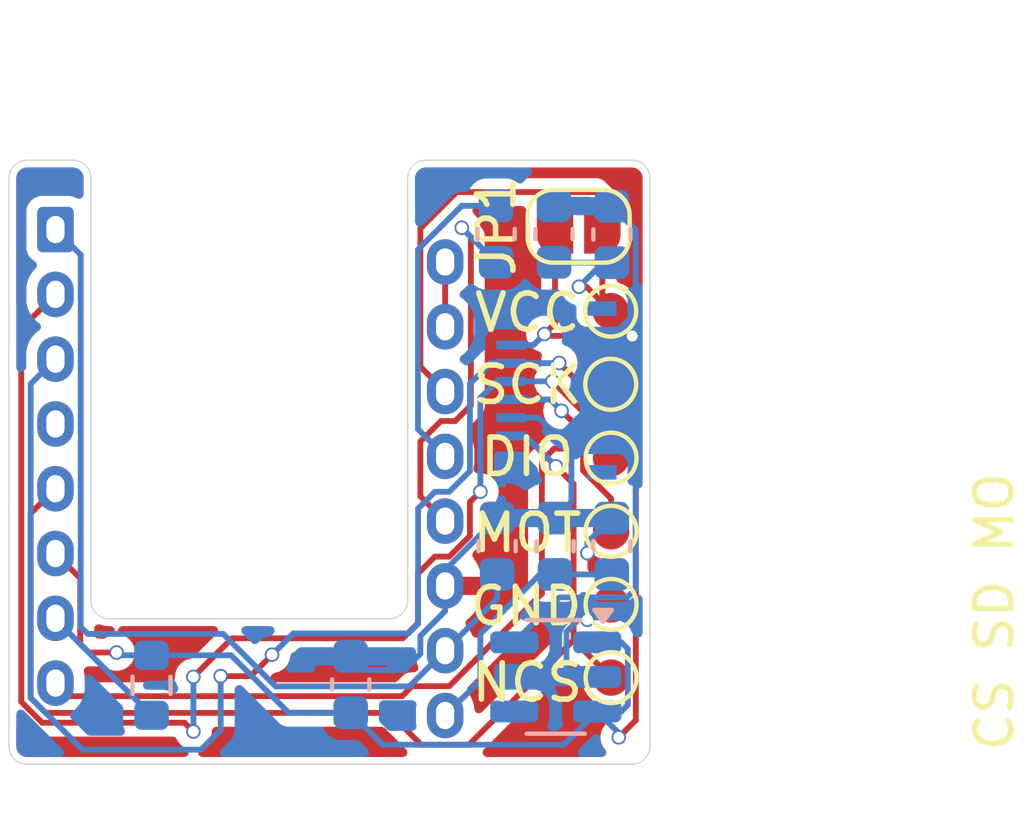
<source format=kicad_pcb>
(kicad_pcb (version 20240108) (generator "pcbnew") (generator_version "8.0")
  (layers (0 "F.Cu" signal) (31 "B.Cu" signal) (34 "B.Paste" user) (35 "F.Paste" user) (36 "B.SilkS" user "B.Silkscreen") (37 "F.SilkS" user "F.Silkscreen") (38 "B.Mask" user) (39 "F.Mask" user) (44 "Edge.Cuts" user))
  (net 0 "")
  (net 1 "GND")
  (net 2 "VCC_1.8V")
  (net 3 "Net-(U1-VCP)")
  (net 4 "Net-(U1-CN)")
  (net 5 "Net-(U1-CP)")
  (net 6 "Net-(U1-+VCSEL)")
  (net 7 "Net-(U1-NRESET)")
  (net 8 "NCS")
  (net 9 "SDIO")
  (net 10 "Net-(U1--VCSEL)")
  (net 11 "MOTION")
  (net 13 "SCLK")
  (net 14 "VCC_3.3_or_1.8V")
  (footprint "Jumper:SolderJumper-2_P1.3mm_Open_RoundedPad1.0x1.5mm" (layer "F.Cu") (at 40.62 29.33)
    (property "Reference" "JP1" (at -2.26 -0.01 90) (layer "F.SilkS") (effects (font (thickness 0.153))))
    (property "Value" "Jumper_2_Bridged" (hide yes))
    (fp_line (start -1.4 0.3) (end -1.4 -0.3) (stroke (width 0.12)) (layer "F.SilkS"))
    (fp_line (start -0.7 -1) (end 0.7 -1) (stroke (width 0.12)) (layer "F.SilkS"))
    (fp_line (start 0.7 1) (end -0.7 1) (stroke (width 0.12)) (layer "F.SilkS"))
    (fp_line (start 1.4 -0.3) (end 1.4 0.3) (stroke (width 0.12)) (layer "F.SilkS"))
    (fp_arc (start -1.4 -0.3) (mid -1.194975 -0.794975) (end -0.7 -1) (stroke (width 0.12)) (layer "F.SilkS"))
    (fp_arc (start -0.7 1) (mid -1.194975 0.794975) (end -1.4 0.3) (stroke (width 0.12)) (layer "F.SilkS"))
    (fp_arc (start 0.7 -1) (mid 1.194975 -0.794975) (end 1.4 -0.3) (stroke (width 0.12)) (layer "F.SilkS"))
    (fp_arc (start 1.4 0.3) (mid 1.194975 0.794975) (end 0.7 1) (stroke (width 0.12)) (layer "F.SilkS"))
    (pad "1" smd custom (at -0.65 0) (size 1 0.5) (layers "F.Cu" "F.Mask") (net 14 "VCC_3.3_or_1.8V") (options (clearance outline) (anchor rect)) (primitives (gr_circle (center 0 0.25) (end 0.5 0.25) (width 0) (fill yes)) (gr_circle (center 0 -0.25) (end 0.5 -0.25) (width 0) (fill yes)) (gr_poly (pts (xy 0.5 0.75) (xy 0 0.75) (xy 0 -0.75) (xy 0.5 -0.75)) (width 0) (fill yes))))
    (pad "2" smd custom (at 0.65 0) (size 1 0.5) (layers "F.Cu" "F.Mask") (net 2 "VCC_1.8V") (options (clearance outline) (anchor rect)) (primitives (gr_circle (center 0 0.25) (end 0.5 0.25) (width 0) (fill yes)) (gr_circle (center 0 -0.25) (end 0.5 -0.25) (width 0) (fill yes)) (gr_poly (pts (xy 0 0.75) (xy -0.5 0.75) (xy -0.5 -0.75) (xy 0 -0.75)) (width 0) (fill yes))))
  )
  (footprint "TestPoint:TestPoint_Pad_D1.0mm" (layer "F.Cu") (at 41.51 39.72)
    (property "Reference" "J2" (hide yes))
    (property "Value" "Conn_01x01_Pin" (hide yes))
    (fp_circle (center 0 0) (end 0 0.7) (stroke (width 0.12)) (fill none) (layer "F.SilkS"))
    (pad "1" smd circle (at 0 0) (size 1 1) (layers "F.Cu" "F.Mask") (net 1 "GND"))
  )
  (footprint "TestPoint:TestPoint_Pad_D1.0mm" (layer "F.Cu") (at 41.51 41.73)
    (property "Reference" "J7" (hide yes))
    (property "Value" "Conn_01x01_Pin" (hide yes))
    (fp_circle (center 0 0) (end 0 0.7) (stroke (width 0.12)) (fill none) (layer "F.SilkS"))
    (pad "1" smd circle (at 0 0) (size 1 1) (layers "F.Cu" "F.Mask") (net 8 "NCS"))
  )
  (footprint "TestPoint:TestPoint_Pad_D1.0mm" (layer "F.Cu") (at 41.51 37.71)
    (property "Reference" "J6" (hide yes))
    (property "Value" "Conn_01x01_Pin" (hide yes))
    (fp_circle (center 0 0) (end 0 0.7) (stroke (width 0.12)) (fill none) (layer "F.SilkS"))
    (pad "1" smd circle (at 0 0) (size 1 1) (layers "F.Cu" "F.Mask") (net 11 "MOTION"))
  )
  (footprint "0_pmw3610-breakout:PMW3610DM-SUDU 16Pin" (layer "F.Cu") (at 31.6032 35.5883 90)
    (property "Reference" "U1" (hide yes))
    (property "Value" "PMW3610")
    (pad "1" thru_hole roundrect (at 6.168 -5.35 270) (size 1.25 1) (drill oval 0.75 0.5) (layers "*.Cu" "*.Mask") (roundrect_rratio 0.15) (net 6 "Net-(U1-+VCSEL)"))
    (pad "2" thru_hole oval (at 4.388 -5.35 270) (size 1.25 1) (drill oval 0.75 0.5) (layers "*.Cu" "*.Mask") (net 9 "SDIO"))
    (pad "3" thru_hole oval (at 2.608 -5.35 270) (size 1.25 1) (drill oval 0.75 0.5) (layers "*.Cu" "*.Mask") (net 13 "SCLK"))
    (pad "4" thru_hole oval (at 0.828 -5.35 270) (size 1.25 1) (drill oval 0.75 0.5) (layers "*.Cu" "*.Mask"))
    (pad "5" thru_hole oval (at -0.952 -5.35 270) (size 1.25 1) (drill oval 0.75 0.5) (layers "*.Cu" "*.Mask") (net 8 "NCS"))
    (pad "6" thru_hole oval (at -2.732 -5.35 270) (size 1.25 1) (drill oval 0.75 0.5) (layers "*.Cu" "*.Mask") (net 14 "VCC_3.3_or_1.8V"))
    (pad "7" thru_hole oval (at -4.512 -5.35 270) (size 1.25 1) (drill oval 0.75 0.5) (layers "*.Cu" "*.Mask") (net 7 "Net-(U1-NRESET)"))
    (pad "8" thru_hole oval (at -6.292 -5.35 270) (size 1.25 1) (drill oval 0.75 0.5) (layers "*.Cu" "*.Mask") (net 11 "MOTION"))
    (pad "9" thru_hole oval (at -7.182 5.35 270) (size 1.25 1) (drill oval 0.75 0.5) (layers "*.Cu" "*.Mask") (net 3 "Net-(U1-VCP)"))
    (pad "10" thru_hole oval (at -5.402 5.35 270) (size 1.25 1) (drill oval 0.75 0.5) (layers "*.Cu" "*.Mask") (net 6 "Net-(U1-+VCSEL)"))
    (pad "11" thru_hole oval (at -3.622 5.35 270) (size 1.25 1) (drill oval 0.75 0.5) (layers "*.Cu" "*.Mask") (net 1 "GND"))
    (pad "12" thru_hole oval (at -1.842 5.35 270) (size 1.25 1) (drill oval 0.75 0.5) (layers "*.Cu" "*.Mask") (net 5 "Net-(U1-CP)"))
    (pad "13" thru_hole oval (at -0.062 5.35 270) (size 1.25 1) (drill oval 0.75 0.5) (layers "*.Cu" "*.Mask") (net 4 "Net-(U1-CN)"))
    (pad "14" thru_hole oval (at 1.718 5.35 270) (size 1.25 1) (drill oval 0.75 0.5) (layers "*.Cu" "*.Mask") (net 2 "VCC_1.8V"))
    (pad "15" thru_hole oval (at 3.498 5.35 270) (size 1.25 1) (drill oval 0.75 0.5) (layers "*.Cu" "*.Mask") (net 10 "Net-(U1--VCSEL)"))
    (pad "16" thru_hole oval (at 5.278 5.35 270) (size 1.25 1) (drill oval 0.75 0.5) (layers "*.Cu" "*.Mask") (net 10 "Net-(U1--VCSEL)"))
    (zone (net 0) (net_name "") (layers "*.Cu" "F.CrtYd") (connect_pads (clearance 0)) (min_thickness 0.254)
      (keepout (tracks not_allowed) (vias not_allowed) (pads not_allowed) (copperpour not_allowed) (footprints not_allowed))
      (fill (thermal_gap 0.508) (thermal_bridge_width 0.508))
      (polygon (pts (xy 27.2544 40.0895) (xy 27.2452 26.5967) (xy 35.932 26.5967) (xy 35.992 40.0895)))
    )
  )
  (footprint "TestPoint:TestPoint_Pad_D1.0mm" (layer "F.Cu") (at 41.51 35.7)
    (property "Reference" "J5" (hide yes))
    (property "Value" "Conn_01x01_Pin" (hide yes))
    (fp_circle (center 0 0) (end 0 0.7) (stroke (width 0.12)) (fill none) (layer "F.SilkS"))
    (pad "1" smd circle (at 0 0) (size 1 1) (layers "F.Cu" "F.Mask") (net 9 "SDIO"))
  )
  (footprint "TestPoint:TestPoint_Pad_D1.0mm" (layer "F.Cu") (at 41.5 31.66)
    (property "Reference" "J3" (hide yes))
    (property "Value" "Conn_01x01_Pin" (hide yes))
    (fp_circle (center 0 0) (end 0 0.7) (stroke (width 0.12)) (fill none) (layer "F.SilkS"))
    (pad "1" smd circle (at 0 0) (size 1 1) (layers "F.Cu" "F.Mask") (net 2 "VCC_1.8V"))
  )
  (footprint "TestPoint:TestPoint_Pad_D1.0mm" (layer "F.Cu") (at 41.5 33.67)
    (property "Reference" "J4" (hide yes))
    (property "Value" "Conn_01x01_Pin" (hide yes))
    (fp_circle (center 0 0) (end 0 0.7) (stroke (width 0.12)) (fill none) (layer "F.SilkS"))
    (pad "1" smd circle (at 0 0) (size 1 1) (layers "F.Cu" "F.Mask") (net 13 "SCLK"))
  )
  (footprint "Capacitor_SMD:C_0603_1608Metric" (layer "B.Cu") (at 39.9432 29.5433 90)
    (property "Reference" "C8" (hide yes))
    (property "Value" "100nF")
    (fp_line (start 0.14058 -0.51) (end -0.14058 -0.51) (stroke (width 0.12)) (layer "B.SilkS"))
    (fp_line (start 0.14058 0.51) (end -0.14058 0.51) (stroke (width 0.12)) (layer "B.SilkS"))
    (pad "1" smd roundrect (at -0.775 0 90) (size 0.9 0.95) (layers "B.Cu" "B.Paste" "B.Mask") (net 2 "VCC_1.8V"))
    (pad "2" smd roundrect (at 0.775 0 90) (size 0.9 0.95) (layers "B.Cu" "B.Paste" "B.Mask") (net 1 "GND"))
  )
  (footprint "Capacitor_SMD:C_0603_1608Metric" (layer "B.Cu") (at 38.3532 29.5433 90)
    (property "Reference" "C5" (hide yes))
    (property "Value" "100nF X7R")
    (fp_line (start 0.14058 -0.51) (end -0.14058 -0.51) (stroke (width 0.12)) (layer "B.SilkS"))
    (fp_line (start 0.14058 0.51) (end -0.14058 0.51) (stroke (width 0.12)) (layer "B.SilkS"))
    (pad "1" smd roundrect (at -0.775 0 90) (size 0.9 0.95) (layers "B.Cu" "B.Paste" "B.Mask") (net 5 "Net-(U1-CP)"))
    (pad "2" smd roundrect (at 0.775 0 90) (size 0.9 0.95) (layers "B.Cu" "B.Paste" "B.Mask") (net 4 "Net-(U1-CN)"))
  )
  (footprint "Capacitor_SMD:C_0603_1608Metric" (layer "B.Cu") (at 34.36 41.92 90)
    (property "Reference" "C1" (hide yes))
    (property "Value" "100nF")
    (fp_line (start 0.14058 -0.51) (end -0.14058 -0.51) (stroke (width 0.12)) (layer "B.SilkS"))
    (fp_line (start 0.14058 0.51) (end -0.14058 0.51) (stroke (width 0.12)) (layer "B.SilkS"))
    (pad "1" smd roundrect (at -0.775 0 90) (size 0.9 0.95) (layers "B.Cu" "B.Paste" "B.Mask") (net 14 "VCC_3.3_or_1.8V"))
    (pad "2" smd roundrect (at 0.775 0 90) (size 0.9 0.95) (layers "B.Cu" "B.Paste" "B.Mask") (net 1 "GND"))
  )
  (footprint "Capacitor_SMD:C_0603_1608Metric" (layer "B.Cu") (at 38.38 38.12 90)
    (property "Reference" "C6" (hide yes))
    (property "Value" "10nF")
    (fp_line (start 0.14058 -0.51) (end -0.14058 -0.51) (stroke (width 0.12)) (layer "B.SilkS"))
    (fp_line (start 0.14058 0.51) (end -0.14058 0.51) (stroke (width 0.12)) (layer "B.SilkS"))
    (pad "1" smd roundrect (at -0.775 0 90) (size 0.9 0.95) (layers "B.Cu" "B.Paste" "B.Mask") (net 6 "Net-(U1-+VCSEL)"))
    (pad "2" smd roundrect (at 0.775 0 90) (size 0.9 0.95) (layers "B.Cu" "B.Paste" "B.Mask") (net 1 "GND"))
  )
  (footprint "Capacitor_SMD:C_0603_1608Metric" (layer "B.Cu") (at 41.53 38.12 90)
    (property "Reference" "C4" (hide yes))
    (property "Value" "10nF X7R")
    (fp_line (start 0.14058 -0.51) (end -0.14058 -0.51) (stroke (width 0.12)) (layer "B.SilkS"))
    (fp_line (start 0.14058 0.51) (end -0.14058 0.51) (stroke (width 0.12)) (layer "B.SilkS"))
    (pad "1" smd roundrect (at -0.775 0 90) (size 0.9 0.95) (layers "B.Cu" "B.Paste" "B.Mask") (net 3 "Net-(U1-VCP)"))
    (pad "2" smd roundrect (at 0.775 0 90) (size 0.9 0.95) (layers "B.Cu" "B.Paste" "B.Mask") (net 1 "GND"))
  )
  (footprint "0_pmw3610-breakout:JUSHUO-AFH34-S06FIA-1H" (layer "B.Cu") (at 38.76 33.84 -90)
    (property "Reference" "J1" (hide yes))
    (property "Value" "Conn_01x06_Pin" (hide yes))
    (pad "0" smd rect (at -2.25 -2.5 270) (size 0.4 0.8) (layers "B.Cu" "B.Paste" "B.Mask"))
    (pad "0" smd rect (at 2.25 -2.5 270) (size 0.4 0.8) (layers "B.Cu" "B.Paste" "B.Mask"))
    (pad "1" smd rect (at -1.25 0 270) (size 0.25 0.8) (layers "B.Cu" "B.Paste" "B.Mask") (net 14 "VCC_3.3_or_1.8V"))
    (pad "2" smd rect (at -0.75 0 270) (size 0.25 0.8) (layers "B.Cu" "B.Paste" "B.Mask") (net 13 "SCLK"))
    (pad "3" smd rect (at -0.25 0 270) (size 0.25 0.8) (layers "B.Cu" "B.Paste" "B.Mask") (net 9 "SDIO"))
    (pad "4" smd rect (at 0.25 0 270) (size 0.25 0.8) (layers "B.Cu" "B.Paste" "B.Mask") (net 11 "MOTION"))
    (pad "5" smd rect (at 0.75 0 270) (size 0.25 0.8) (layers "B.Cu" "B.Paste" "B.Mask") (net 1 "GND"))
    (pad "6" smd rect (at 1.25 0 270) (size 0.25 0.8) (layers "B.Cu" "B.Paste" "B.Mask") (net 8 "NCS"))
  )
  (footprint "Capacitor_SMD:C_0603_1608Metric" (layer "B.Cu") (at 41.5332 29.5533 90)
    (property "Reference" "C7" (hide yes))
    (property "Value" "10uF")
    (fp_line (start 0.14058 -0.51) (end -0.14058 -0.51) (stroke (width 0.12)) (layer "B.SilkS"))
    (fp_line (start 0.14058 0.51) (end -0.14058 0.51) (stroke (width 0.12)) (layer "B.SilkS"))
    (pad "1" smd roundrect (at -0.775 0 90) (size 0.9 0.95) (layers "B.Cu" "B.Paste" "B.Mask") (net 2 "VCC_1.8V"))
    (pad "2" smd roundrect (at 0.775 0 90) (size 0.9 0.95) (layers "B.Cu" "B.Paste" "B.Mask") (net 1 "GND"))
  )
  (footprint "Capacitor_SMD:C_0603_1608Metric" (layer "B.Cu") (at 39.97 38.12 90)
    (property "Reference" "C3" (hide yes))
    (property "Value" "10uF X7R")
    (fp_line (start 0.14058 -0.51) (end -0.14058 -0.51) (stroke (width 0.12)) (layer "B.SilkS"))
    (fp_line (start 0.14058 0.51) (end -0.14058 0.51) (stroke (width 0.12)) (layer "B.SilkS"))
    (pad "1" smd roundrect (at -0.775 0 90) (size 0.9 0.95) (layers "B.Cu" "B.Paste" "B.Mask") (net 3 "Net-(U1-VCP)"))
    (pad "2" smd roundrect (at 0.775 0 90) (size 0.9 0.95) (layers "B.Cu" "B.Paste" "B.Mask") (net 1 "GND"))
  )
  (footprint "Package_TO_SOT_SMD:SOT-23-5" (layer "B.Cu") (at 39.99 41.71 180)
    (property "Reference" "U2" (hide yes))
    (property "Value" "TLV70018_SOT23-5" (hide yes))
    (fp_line (start 0.8 1.56) (end 0 1.56) (stroke (width 0.12)) (layer "B.SilkS"))
    (fp_line (start 0.8 -1.56) (end 0 -1.56) (stroke (width 0.12)) (layer "B.SilkS"))
    (fp_line (start -0.8 1.56) (end 0 1.56) (stroke (width 0.12)) (layer "B.SilkS"))
    (fp_line (start -0.8 -1.56) (end 0 -1.56) (stroke (width 0.12)) (layer "B.SilkS"))
    (fp_poly (pts (xy -1.3 1.51) (xy -1.54 1.84) (xy -1.06 1.84) (xy -1.3 1.51)) (stroke (width 0.12)) (fill solid) (layer "B.SilkS"))
    (pad "1" smd roundrect (at -1.1375 0.95 180) (size 1.325 0.6) (layers "B.Cu" "B.Paste" "B.Mask") (net 14 "VCC_3.3_or_1.8V"))
    (pad "2" smd roundrect (at -1.1375 0 180) (size 1.325 0.6) (layers "B.Cu" "B.Paste" "B.Mask") (net 1 "GND"))
    (pad "3" smd roundrect (at -1.1375 -0.95 180) (size 1.325 0.6) (layers "B.Cu" "B.Paste" "B.Mask") (net 14 "VCC_3.3_or_1.8V"))
    (pad "4" smd roundrect (at 1.1375 -0.95 180) (size 1.325 0.6) (layers "B.Cu" "B.Paste" "B.Mask"))
    (pad "5" smd roundrect (at 1.1375 0.95 180) (size 1.325 0.6) (layers "B.Cu" "B.Paste" "B.Mask") (net 2 "VCC_1.8V"))
  )
  (footprint "Resistor_SMD:R_0603_1608Metric" (layer "B.Cu") (at 28.89 41.94 90)
    (property "Reference" "R1" (hide yes))
    (property "Value" "51kΩ")
    (fp_line (start 0.237258 -0.5225) (end -0.237258 -0.5225) (stroke (width 0.12)) (layer "B.SilkS"))
    (fp_line (start 0.237258 0.5225) (end -0.237258 0.5225) (stroke (width 0.12)) (layer "B.SilkS"))
    (pad "1" smd roundrect (at -0.825 0 90) (size 0.8 0.95) (layers "B.Cu" "B.Paste" "B.Mask") (net 7 "Net-(U1-NRESET)"))
    (pad "2" smd roundrect (at 0.825 0 90) (size 0.8 0.95) (layers "B.Cu" "B.Paste" "B.Mask") (net 14 "VCC_3.3_or_1.8V"))
  )
  (gr_poly (pts (xy 26.75157 27.512949) (xy 26.776125 27.514785) (xy 26.800483 27.517824) (xy 26.824601 27.522047) (xy 26.848438 27.527438) (xy 26.871951 27.533978) (xy 26.8951 27.541649) (xy 26.91784 27.550435) (xy 26.940132 27.560317) (xy 26.961932 27.571278) (xy 26.983199 27.5833) (xy 27.003891 27.596365) (xy 27.023966 27.610456) (xy 27.043382 27.625555) (xy 27.062096 27.641645) (xy 27.080068 27.658706) (xy 27.097173 27.676705) (xy 27.113303 27.69544) (xy 27.128441 27.714871) (xy 27.142568 27.734957) (xy 27.155668 27.755657) (xy 27.167722 27.776931) (xy 27.178712 27.798737) (xy 27.188621 27.821035) (xy 27.197431 27.843783) (xy 27.205124 27.866942) (xy 27.211682 27.89047) (xy 27.217087 27.914325) (xy 27.221323 27.938468) (xy 27.22437 27.962858) (xy 27.226211 27.987453) (xy 27.226829 28.012213) (xy 27.226829 39.612215) (xy 27.22744 39.637042) (xy 27.229263 39.661696) (xy 27.232282 39.686134) (xy 27.23648 39.710318) (xy 27.241841 39.734205) (xy 27.248349 39.757756) (xy 27.255988 39.780928) (xy 27.264743 39.803681) (xy 27.274596 39.825975) (xy 27.285531 39.847768) (xy 27.297533 39.869019) (xy 27.310586 39.889688) (xy 27.324672 39.909734) (xy 27.339777 39.929116) (xy 27.355884 39.947792) (xy 27.372976 39.965722) (xy 27.390948 39.982851) (xy 27.409664 39.998999) (xy 27.429083 40.014148) (xy 27.449163 40.028283) (xy 27.469865 40.041385) (xy 27.491146 40.053437) (xy 27.512967 40.064423) (xy 27.535285 40.074326) (xy 27.55806 40.083127) (xy 27.581251 40.090811) (xy 27.604816 40.097359) (xy 27.628716 40.102756) (xy 27.652908 40.106982) (xy 27.677352 40.110023) (xy 27.702007 40.11186) (xy 27.726831 40.112476) (xy 35.426328 40.112476) (xy 35.451152 40.11186) (xy 35.475807 40.110023) (xy 35.500251 40.106982) (xy 35.524443 40.102756) (xy 35.548343 40.097359) (xy 35.571908 40.090811) (xy 35.595099 40.083127) (xy 35.617874 40.074326) (xy 35.640192 40.064423) (xy 35.662013 40.053437) (xy 35.683294 40.041385) (xy 35.703996 40.028283) (xy 35.724077 40.014148) (xy 35.743495 39.998999) (xy 35.762211 39.982851) (xy 35.780183 39.965722) (xy 35.797275 39.947792) (xy 35.813382 39.929116) (xy 35.828487 39.909734) (xy 35.842573 39.889688) (xy 35.855626 39.869019) (xy 35.867628 39.847768) (xy 35.878563 39.825975) (xy 35.888416 39.803681) (xy 35.89717 39.780928) (xy 35.90481 39.757756) (xy 35.911318 39.734205) (xy 35.916679 39.710318) (xy 35.920877 39.686134) (xy 35.923896 39.661696) (xy 35.925719 39.637042) (xy 35.92633 39.612215) (xy 35.92633 28.012213) (xy 35.926948 27.987453) (xy 35.928789 27.962858) (xy 35.931836 27.938468) (xy 35.936072 27.914325) (xy 35.941477 27.89047) (xy 35.948036 27.866942) (xy 35.955728 27.843783) (xy 35.964538 27.821035) (xy 35.974447 27.798737) (xy 35.985437 27.776931) (xy 35.997491 27.755657) (xy 36.010591 27.734957) (xy 36.024718 27.714871) (xy 36.039856 27.69544) (xy 36.055986 27.676705) (xy 36.073091 27.658706) (xy 36.091062 27.641645) (xy 36.109777 27.625555) (xy 36.129193 27.610456) (xy 36.149268 27.596365) (xy 36.16996 27.5833) (xy 36.191227 27.571278) (xy 36.213027 27.560317) (xy 36.235319 27.550435) (xy 36.258059 27.541649) (xy 36.281208 27.533978) (xy 36.304721 27.527438) (xy 36.328558 27.522047) (xy 36.352676 27.517824) (xy 36.377034 27.514785) (xy 36.401589 27.512949) (xy 36.426299 27.512333) (xy 42.076568 27.512333) (xy 42.101392 27.512949) (xy 42.126047 27.514785) (xy 42.150491 27.517824) (xy 42.174683 27.522047) (xy 42.198582 27.527438) (xy 42.222148 27.533978) (xy 42.245339 27.541649) (xy 42.268114 27.550435) (xy 42.290432 27.560317) (xy 42.312252 27.571278) (xy 42.333534 27.5833) (xy 42.354235 27.596365) (xy 42.374316 27.610456) (xy 42.393735 27.625555) (xy 42.412451 27.641645) (xy 42.430423 27.658706) (xy 42.447521 27.676705) (xy 42.463631 27.69544) (xy 42.478739 27.714871) (xy 42.492827 27.734957) (xy 42.50588 27.755657) (xy 42.517882 27.776931) (xy 42.528817 27.798737) (xy 42.538668 27.821035) (xy 42.547421 27.843783) (xy 42.555058 27.866942) (xy 42.561565 27.89047) (xy 42.566924 27.914325) (xy 42.57112 27.938468) (xy 42.574137 27.962858) (xy 42.575959 27.987453) (xy 42.57657 28.012213) (xy 42.57657 43.612439) (xy 42.575959 43.637199) (xy 42.574137 43.661794) (xy 42.57112 43.686184) (xy 42.566924 43.710327) (xy 42.561565 43.734183) (xy 42.555058 43.757711) (xy 42.547421 43.780869) (xy 42.538668 43.803618) (xy 42.528817 43.825916) (xy 42.517882 43.847722) (xy 42.50588 43.868995) (xy 42.492827 43.889696) (xy 42.478739 43.909782) (xy 42.463631 43.929213) (xy 42.447521 43.947948) (xy 42.430423 43.965947) (xy 42.412451 43.983008) (xy 42.393735 43.999098) (xy 42.374316 44.014197) (xy 42.354235 44.028288) (xy 42.333534 44.041353) (xy 42.312252 44.053375) (xy 42.290432 44.064336) (xy 42.268114 44.074218) (xy 42.245339 44.083004) (xy 42.222148 44.090676) (xy 42.198582 44.097216) (xy 42.174683 44.102606) (xy 42.150491 44.10683) (xy 42.126047 44.109868) (xy 42.101392 44.111704) (xy 42.076568 44.11232) (xy 25.476581 44.11232) (xy 25.451756 44.111704) (xy 25.427102 44.109868) (xy 25.402658 44.10683) (xy 25.378466 44.102606) (xy 25.354566 44.097216) (xy 25.331001 44.090676) (xy 25.30781 44.083004) (xy 25.285035 44.074218) (xy 25.262717 44.064336) (xy 25.240896 44.053375) (xy 25.219615 44.041353) (xy 25.198913 44.028288) (xy 25.178833 44.014197) (xy 25.159414 43.999098) (xy 25.140698 43.983008) (xy 25.122726 43.965947) (xy 25.105634 43.947948) (xy 25.089527 43.929213) (xy 25.074422 43.909782) (xy 25.060336 43.889696) (xy 25.047283 43.868995) (xy 25.035281 43.847722) (xy 25.024345 43.825916) (xy 25.014493 43.803618) (xy 25.005738 43.780869) (xy 24.998099 43.757711) (xy 24.991591 43.734183) (xy 24.986229 43.710327) (xy 24.982032 43.686184) (xy 24.979013 43.661794) (xy 24.97719 43.637199) (xy 24.976579 43.612439) (xy 24.976579 28.012213) (xy 24.97719 27.987453) (xy 24.979013 27.962858) (xy 24.982032 27.938468) (xy 24.986229 27.914325) (xy 24.991591 27.89047) (xy 24.998099 27.866942) (xy 25.005738 27.843783) (xy 25.014493 27.821035) (xy 25.024345 27.798737) (xy 25.035281 27.776931) (xy 25.047283 27.755657) (xy 25.060336 27.734957) (xy 25.074422 27.714871) (xy 25.089527 27.69544) (xy 25.105634 27.676705) (xy 25.122726 27.658706) (xy 25.140698 27.641645) (xy 25.159414 27.625555) (xy 25.178833 27.610456) (xy 25.198913 27.596365) (xy 25.219615 27.5833) (xy 25.240896 27.571278) (xy 25.262717 27.560317) (xy 25.285035 27.550435) (xy 25.30781 27.541649) (xy 25.331001 27.533978) (xy 25.354566 27.527438) (xy 25.378466 27.522047) (xy 25.402658 27.517824) (xy 25.427102 27.514785) (xy 25.451756 27.512949) (xy 25.476581 27.512333) (xy 26.72686 27.512333)) (stroke (width 0.034519) (color 0 0 255 1)) (fill none) (layer "Edge.Cuts"))
  (gr_text "NCS" (at 39.21 42.45 0) (layer "F.SilkS") (effects (font (size 1 1) (thickness 0.153)) (justify bottom)))
  (gr_text "SCK" (at 39.21 34.27 0) (layer "F.SilkS") (effects (font (size 1 1) (thickness 0.153)) (justify bottom)))
  (gr_text "MOT" (at 39.21 38.34 0) (layer "F.SilkS") (effects (font (size 1 1) (thickness 0.153)) (justify bottom)))
  (gr_text "VCC" (at 39.21 32.29 0) (layer "F.SilkS") (effects (font (size 1 1) (thickness 0.153)) (justify bottom)))
  (gr_text "CS SD MO" (at 52.62 43.83 90) (layer "F.SilkS") (effects (font (size 1 1) (thickness 0.153)) (justify left bottom)))
  (gr_text "DIO" (at 39.21 36.25 0) (layer "F.SilkS") (effects (font (size 1 1) (thickness 0.153)) (justify bottom)))
  (gr_text "GND" (at 39.17 40.35 0) (layer "F.SilkS") (effects (font (size 1 1) (thickness 0.153)) (justify bottom)))
  (segment (start 41.51 39.72) (end 41.28 39.72) (width 0.16) (layer "F.Cu") (net 1))
  (segment (start 41.51 39.72) (end 41.51 38.96) (width 0.16) (layer "F.Cu") (net 1))
  (segment (start 41.51 38.96) (end 40.86 38.31) (width 0.16) (layer "F.Cu") (net 1))
  (segment (start 41.28 39.72) (end 40.86 40.14) (width 0.16) (layer "F.Cu") (net 1))
  (via (at 40.86 40.14) (size 0.4) (drill 0.3) (layers "F.Cu" "B.Cu") (net 1))
  (via (at 40.86 38.31) (size 0.4) (drill 0.3) (layers "F.Cu" "B.Cu") (net 1))
  (segment (start 36.9532 39.903635) (end 36.9532 39.2103) (width 0.16) (layer "B.Cu") (net 1))
  (segment (start 41.5332 28.7783) (end 39.9532 28.7783) (width 0.16) (layer "B.Cu") (net 1))
  (segment (start 36.9532 38.7718) (end 38.38 37.345) (width 0.16) (layer "B.Cu") (net 1))
  (segment (start 42.1882 29.4333) (end 42.1882 31.7118) (width 0.16) (layer "B.Cu") (net 1))
  (segment (start 36.9532 39.2103) (end 36.9532 38.7718) (width 0.16) (layer "B.Cu") (net 1))
  (segment (start 40.614152 40.14) (end 40.285 40.469152) (width 0.16) (layer "B.Cu") (net 1))
  (segment (start 40.86 38.31) (end 40.86 38.015) (width 0.16) (layer "B.Cu") (net 1))
  (segment (start 40.051299 35.148701) (end 40.42 35.517402) (width 0.16) (layer "B.Cu") (net 1))
  (segment (start 36.2732 41.0768) (end 36.2732 40.583635) (width 0.16) (layer "B.Cu") (net 1))
  (segment (start 40.051299 35.148701) (end 40.051299 35.121299) (width 0.16) (layer "B.Cu") (net 1))
  (segment (start 39.97 37.345) (end 38.38 37.345) (width 0.16) (layer "B.Cu") (net 1))
  (segment (start 41.5332 28.7783) (end 42.1882 29.4333) (width 0.16) (layer "B.Cu") (net 1))
  (segment (start 36.2732 40.583635) (end 36.9532 39.903635) (width 0.16) (layer "B.Cu") (net 1))
  (segment (start 39.52 34.59) (end 38.76 34.59) (width 0.16) (layer "B.Cu") (net 1))
  (segment (start 41.55 33.65) (end 40.051299 35.148701) (width 0.16) (layer "B.Cu") (net 1))
  (segment (start 35.83 41.52) (end 36.2732 41.0768) (width 0.16) (layer "B.Cu") (net 1))
  (segment (start 40.285 41.529999) (end 40.465001 41.71) (width 0.16) (layer "B.Cu") (net 1))
  (segment (start 40.86 38.015) (end 41.53 37.345) (width 0.16) (layer "B.Cu") (net 1))
  (segment (start 40.42 36.895) (end 39.97 37.345) (width 0.16) (layer "B.Cu") (net 1))
  (segment (start 39.9532 28.7783) (end 39.9432 28.7683) (width 0.16) (layer "B.Cu") (net 1))
  (segment (start 42.1882 31.7118) (end 41.55 32.35) (width 0.16) (layer "B.Cu") (net 1))
  (segment (start 34.735 41.52) (end 35.83 41.52) (width 0.16) (layer "B.Cu") (net 1))
  (segment (start 40.465001 41.71) (end 41.1275 41.71) (width 0.16) (layer "B.Cu") (net 1))
  (segment (start 40.42 35.517402) (end 40.42 36.895) (width 0.16) (layer "B.Cu") (net 1))
  (segment (start 40.86 40.14) (end 40.614152 40.14) (width 0.16) (layer "B.Cu") (net 1))
  (segment (start 40.285 40.469152) (end 40.285 41.529999) (width 0.16) (layer "B.Cu") (net 1))
  (segment (start 41.55 32.35) (end 41.55 33.65) (width 0.16) (layer "B.Cu") (net 1))
  (segment (start 34.36 41.145) (end 34.735 41.52) (width 0.16) (layer "B.Cu") (net 1))
  (segment (start 40.051299 35.121299) (end 39.52 34.59) (width 0.16) (layer "B.Cu") (net 1))
  (segment (start 39.97 37.345) (end 41.53 37.345) (width 0.16) (layer "B.Cu") (net 1))
  (segment (start 40.83 30.99) (end 41.5 31.66) (width 0.16) (layer "F.Cu") (net 2))
  (segment (start 41.27 29.33) (end 41.27 31.43) (width 0.16) (layer "F.Cu") (net 2))
  (segment (start 37.27 28.39) (end 36.2732 29.3868) (width 0.16) (layer "F.Cu") (net 2))
  (segment (start 41.27 28.575) (end 41.085 28.39) (width 0.16) (layer "F.Cu") (net 2))
  (segment (start 36.2732 29.3868) (end 36.2732 33.1903) (width 0.16) (layer "F.Cu") (net 2))
  (segment (start 41.27 31.43) (end 41.5 31.66) (width 0.16) (layer "F.Cu") (net 2))
  (segment (start 41.085 28.39) (end 37.27 28.39) (width 0.16) (layer "F.Cu") (net 2))
  (segment (start 41.27 29.33) (end 41.27 28.575) (width 0.16) (layer "F.Cu") (net 2))
  (segment (start 36.2732 33.1903) (end 36.9532 33.8703) (width 0.16) (layer "F.Cu") (net 2))
  (segment (start 42.090687 32.346715) (end 42.090687 32.250687) (width 0.16) (layer "F.Cu") (net 2))
  (segment (start 40.63 30.99) (end 40.83 30.99) (width 0.16) (layer "F.Cu") (net 2))
  (segment (start 42.090687 32.250687) (end 41.5 31.66) (width 0.16) (layer "F.Cu") (net 2))
  (segment (start 41.37 29.43) (end 41.27 29.33) (width 0.16) (layer "F.Cu") (net 2))
  (via (at 40.63 30.99) (size 0.4) (drill 0.3) (layers "F.Cu" "B.Cu") (net 2))
  (via (at 42.090687 32.346715) (size 0.4) (drill 0.3) (layers "F.Cu" "B.Cu") (net 2))
  (segment (start 41.5332 30.3283) (end 39.9532 30.3283) (width 0.16) (layer "B.Cu") (net 2))
  (segment (start 42.185 32.441028) (end 42.090687 32.346715) (width 0.16) (layer "B.Cu") (net 2))
  (segment (start 41.5332 30.3283) (end 41.2917 30.3283) (width 0.16) (layer "B.Cu") (net 2))
  (segment (start 40.0875 39.525) (end 41.953992 39.525) (width 0.16) (layer "B.Cu") (net 2))
  (segment (start 38.8525 40.76) (end 40.0875 39.525) (width 0.16) (layer "B.Cu") (net 2))
  (segment (start 39.9532 30.3283) (end 39.9432 30.3183) (width 0.16) (layer "B.Cu") (net 2))
  (segment (start 41.2917 30.3283) (end 40.63 30.99) (width 0.16) (layer "B.Cu") (net 2))
  (segment (start 42.185 39.293992) (end 42.185 32.441028) (width 0.16) (layer "B.Cu") (net 2))
  (segment (start 41.953992 39.525) (end 42.185 39.293992) (width 0.16) (layer "B.Cu") (net 2))
  (segment (start 41.5332 30.3283) (end 41.5332 30.0468) (width 0.16) (layer "B.Cu") (net 2))
  (segment (start 39.555 38.895) (end 39.97 38.895) (width 0.16) (layer "B.Cu") (net 3))
  (segment (start 41.53 38.895) (end 39.97 38.895) (width 0.16) (layer "B.Cu") (net 3))
  (segment (start 36.9532 42.7703) (end 37.92 41.8035) (width 0.16) (layer "B.Cu") (net 3))
  (segment (start 37.92 40.53) (end 39.555 38.895) (width 0.16) (layer "B.Cu") (net 3))
  (segment (start 37.92 41.8035) (end 37.92 40.53) (width 0.16) (layer "B.Cu") (net 3))
  (segment (start 36.20633 29.970505) (end 37.408535 28.7683) (width 0.16) (layer "B.Cu") (net 4))
  (segment (start 36.20633 34.90343) (end 36.20633 29.970505) (width 0.16) (layer "B.Cu") (net 4))
  (segment (start 37.408535 28.7683) (end 38.3532 28.7683) (width 0.16) (layer "B.Cu") (net 4))
  (segment (start 36.9532 35.6503) (end 36.20633 34.90343) (width 0.16) (layer "B.Cu") (net 4))
  (segment (start 37.230165 34.68) (end 36.836835 34.68) (width 0.16) (layer "F.Cu") (net 5))
  (segment (start 37.66 34.250165) (end 37.230165 34.68) (width 0.16) (layer "F.Cu") (net 5))
  (segment (start 36.836835 34.68) (end 36.2732 35.243635) (width 0.16) (layer "F.Cu") (net 5))
  (segment (start 36.2732 35.243635) (end 36.2732 36.7503) (width 0.16) (layer "F.Cu") (net 5))
  (segment (start 37.66 29.62) (end 37.66 34.250165) (width 0.16) (layer "F.Cu") (net 5))
  (segment (start 36.2732 36.7503) (end 36.9532 37.4303) (width 0.16) (layer "F.Cu") (net 5))
  (segment (start 37.41 29.37) (end 37.66 29.62) (width 0.16) (layer "F.Cu") (net 5))
  (via (at 37.41 29.37) (size 0.4) (drill 0.3) (layers "F.Cu" "B.Cu") (net 5))
  (segment (start 37.41 29.3751) (end 38.3532 30.3183) (width 0.16) (layer "B.Cu") (net 5))
  (segment (start 37.41 29.37) (end 37.41 29.3751) (width 0.16) (layer "B.Cu") (net 5))
  (segment (start 38.38 38.895) (end 38.38 39.5635) (width 0.16) (layer "B.Cu") (net 6))
  (segment (start 32.297696 41.97) (end 35.9735 41.97) (width 0.16) (layer "B.Cu") (net 6))
  (segment (start 26.946829 40.336829) (end 27.14 40.53) (width 0.16) (layer "B.Cu") (net 6))
  (segment (start 38.38 39.5635) (end 36.9532 40.9903) (width 0.16) (layer "B.Cu") (net 6))
  (segment (start 26.946829 30.113929) (end 26.946829 40.336829) (width 0.16) (layer "B.Cu") (net 6))
  (segment (start 30.857696 40.53) (end 32.297696 41.97) (width 0.16) (layer "B.Cu") (net 6))
  (segment (start 26.2532 29.4203) (end 26.946829 30.113929) (width 0.16) (layer "B.Cu") (net 6))
  (segment (start 27.14 40.53) (end 30.857696 40.53) (width 0.16) (layer "B.Cu") (net 6))
  (segment (start 35.9735 41.97) (end 36.9532 40.9903) (width 0.16) (layer "B.Cu") (net 6))
  (segment (start 26.2532 40.1003) (end 26.2532 40.1282) (width 0.16) (layer "B.Cu") (net 7))
  (segment (start 26.2532 40.1282) (end 28.89 42.765) (width 0.16) (layer "B.Cu") (net 7))
  (segment (start 40.48 36.41) (end 40.48 40.7) (width 0.16) (layer "F.Cu") (net 8))
  (segment (start 40.48 40.7) (end 41.51 41.73) (width 0.16) (layer "F.Cu") (net 8))
  (segment (start 39.995 35.925) (end 40.48 36.41) (width 0.16) (layer "F.Cu") (net 8))
  (segment (start 25.5732 37.2203) (end 26.2532 36.5403) (width 0.16) (layer "F.Cu") (net 8))
  (segment (start 36.2953 43.5753) (end 35.42 42.7) (width 0.16) (layer "F.Cu") (net 8))
  (segment (start 35.42 42.7) (end 25.986235 42.7) (width 0.16) (layer "F.Cu") (net 8))
  (segment (start 25.986235 42.7) (end 25.5732 42.286965) (width 0.16) (layer "F.Cu") (net 8))
  (segment (start 37.6047 43.5753) (end 36.2953 43.5753) (width 0.16) (layer "F.Cu") (net 8))
  (segment (start 25.5732 42.286965) (end 25.5732 37.2203) (width 0.16) (layer "F.Cu") (net 8))
  (segment (start 40.48 40.7) (end 37.6047 43.5753) (width 0.16) (layer "F.Cu") (net 8))
  (via (at 39.995 35.925) (size 0.4) (drill 0.3) (layers "F.Cu" "B.Cu") (net 8))
  (segment (start 39.995 35.925) (end 39.16 35.09) (width 0.16) (layer "B.Cu") (net 8))
  (segment (start 39.16 35.09) (end 38.76 35.09) (width 0.16) (layer "B.Cu") (net 8))
  (segment (start 39.9 33.59) (end 41.04 34.73) (width 0.16) (layer "F.Cu") (net 9))
  (segment (start 41.04 35.23) (end 41.51 35.7) (width 0.16) (layer "F.Cu") (net 9))
  (segment (start 29.8 42.97) (end 25.888539 42.97) (width 0.16) (layer "F.Cu") (net 9))
  (segment (start 30.04 41.71) (end 31.1 40.65) (width 0.16) (layer "F.Cu") (net 9))
  (segment (start 36.20633 40.23367) (end 36.20633 38.870505) (width 0.16) (layer "F.Cu") (net 9))
  (segment (start 36.20633 38.870505) (end 36.671535 38.4053) (width 0.16) (layer "F.Cu") (net 9))
  (segment (start 25.313199 32.140301) (end 26.2532 31.2003) (width 0.16) (layer "F.Cu") (net 9))
  (segment (start 36.671535 38.4053) (end 37.064865 38.4053) (width 0.16) (layer "F.Cu") (net 9))
  (segment (start 41.04 34.73) (end 41.04 35.23) (width 0.16) (layer "F.Cu") (net 9))
  (segment (start 35.79 40.65) (end 36.20633 40.23367) (width 0.16) (layer "F.Cu") (net 9))
  (segment (start 37.6332 36.9068) (end 37.92 36.62) (width 0.16) (layer "F.Cu") (net 9))
  (segment (start 30.04 43.21) (end 29.8 42.97) (width 0.16) (layer "F.Cu") (net 9))
  (segment (start 25.888539 42.97) (end 25.313199 42.39466) (width 0.16) (layer "F.Cu") (net 9))
  (segment (start 37.6332 37.836965) (end 37.6332 36.9068) (width 0.16) (layer "F.Cu") (net 9))
  (segment (start 25.313199 42.39466) (end 25.313199 32.140301) (width 0.16) (layer "F.Cu") (net 9))
  (segment (start 31.1 40.65) (end 35.79 40.65) (width 0.16) (layer "F.Cu") (net 9))
  (segment (start 37.064865 38.4053) (end 37.6332 37.836965) (width 0.16) (layer "F.Cu") (net 9))
  (via (at 30.04 41.71) (size 0.4) (drill 0.3) (layers "F.Cu" "B.Cu") (net 9))
  (via (at 30.04 43.21) (size 0.4) (drill 0.3) (layers "F.Cu" "B.Cu") (net 9))
  (via (at 37.92 36.62) (size 0.4) (drill 0.3) (layers "F.Cu" "B.Cu") (net 9))
  (via (at 39.9 33.59) (size 0.4) (drill 0.3) (layers "F.Cu" "B.Cu") (net 9))
  (segment (start 38.76 33.59) (end 38.375 33.59) (width 0.16) (layer "B.Cu") (net 9))
  (segment (start 38.375 33.59) (end 37.92 34.045) (width 0.16) (layer "B.Cu") (net 9))
  (segment (start 39.9 33.59) (end 38.76 33.59) (width 0.16) (layer "B.Cu") (net 9))
  (segment (start 37.92 34.045) (end 37.92 36.62) (width 0.16) (layer "B.Cu") (net 9))
  (segment (start 30.04 41.71) (end 30.04 43.21) (width 0.16) (layer "B.Cu") (net 9))
  (segment (start 36.9532 30.3103) (end 36.9532 32.0903) (width 0.16) (layer "F.Cu") (net 10))
  (segment (start 37.064865 41.9653) (end 39.61 39.420165) (width 0.16) (layer "F.Cu") (net 11))
  (segment (start 40.74 34.99) (end 40.74 35.44) (width 0.16) (layer "F.Cu") (net 11))
  (segment (start 36.0447 41.9653) (end 37.064865 41.9653) (width 0.16) (layer "F.Cu") (net 11))
  (segment (start 39.61 39.420165) (end 39.61 35.772598) (width 0.16) (layer "F.Cu") (net 11))
  (segment (start 41.51 36.81) (end 41.51 37.71) (width 0.16) (layer "F.Cu") (net 11))
  (segment (start 35.77 42.24) (end 36.0447 41.9653) (width 0.16) (layer "F.Cu") (net 11))
  (segment (start 39.942598 35.44) (end 40.74 35.44) (width 0.16) (layer "F.Cu") (net 11))
  (segment (start 26.2532 41.8803) (end 26.6129 42.24) (width 0.16) (layer "F.Cu") (net 11))
  (segment (start 39.61 35.772598) (end 39.942598 35.44) (width 0.16) (layer "F.Cu") (net 11))
  (segment (start 40.74 36.04) (end 41.51 36.81) (width 0.16) (layer "F.Cu") (net 11))
  (segment (start 26.6129 42.24) (end 35.77 42.24) (width 0.16) (layer "F.Cu") (net 11))
  (segment (start 40.15 34.4) (end 40.74 34.99) (width 0.16) (layer "F.Cu") (net 11))
  (segment (start 40.74 35.44) (end 40.74 36.04) (width 0.16) (layer "F.Cu") (net 11))
  (via (at 40.15 34.4) (size 0.4) (drill 0.3) (layers "F.Cu" "B.Cu") (net 11))
  (segment (start 40.15 34.4) (end 39.84 34.09) (width 0.16) (layer "B.Cu") (net 11))
  (segment (start 39.84 34.09) (end 38.76 34.09) (width 0.16) (layer "B.Cu") (net 11))
  (segment (start 40.67 33.67) (end 41.5 33.67) (width 0.16) (layer "F.Cu") (net 13))
  (segment (start 32.2 41.1) (end 31.61 41.69) (width 0.16) (layer "F.Cu") (net 13))
  (segment (start 40.085 33.085) (end 40.67 33.67) (width 0.16) (layer "F.Cu") (net 13))
  (segment (start 31.61 41.69) (end 30.79 41.69) (width 0.16) (layer "F.Cu") (net 13))
  (via (at 30.79 41.69) (size 0.4) (drill 0.3) (layers "F.Cu" "B.Cu") (net 13))
  (via (at 40.085 33.085) (size 0.4) (drill 0.3) (layers "F.Cu" "B.Cu") (net 13))
  (via (at 32.2 41.1) (size 0.4) (drill 0.3) (layers "F.Cu" "B.Cu") (net 13))
  (segment (start 37.064865 36.6253) (end 37.6332 36.056965) (width 0.16) (layer "B.Cu") (net 13))
  (segment (start 37.6332 33.6568) (end 38.2 33.09) (width 0.16) (layer "B.Cu") (net 13))
  (segment (start 36.21 40.252304) (end 35.947304 40.515) (width 0.16) (layer "B.Cu") (net 13))
  (segment (start 25.5732 42.286965) (end 25.5732 33.6603) (width 0.16) (layer "B.Cu") (net 13))
  (segment (start 36.21 37.086835) (end 36.671535 36.6253) (width 0.16) (layer "B.Cu") (net 13))
  (segment (start 36.21 40.252304) (end 36.21 37.086835) (width 0.16) (layer "B.Cu") (net 13))
  (segment (start 32.785 40.515) (end 32.2 41.1) (width 0.16) (layer "B.Cu") (net 13))
  (segment (start 25.5732 33.6603) (end 26.2532 32.9803) (width 0.16) (layer "B.Cu") (net 13))
  (segment (start 30.79 41.69) (end 30.79 43.17) (width 0.16) (layer "B.Cu") (net 13))
  (segment (start 26.996235 43.71) (end 25.5732 42.286965) (width 0.16) (layer "B.Cu") (net 13))
  (segment (start 38.2 33.09) (end 38.76 33.09) (width 0.16) (layer "B.Cu") (net 13))
  (segment (start 36.671535 36.6253) (end 37.064865 36.6253) (width 0.16) (layer "B.Cu") (net 13))
  (segment (start 40.08 33.09) (end 38.76 33.09) (width 0.16) (layer "B.Cu") (net 13))
  (segment (start 30.25 43.71) (end 26.996235 43.71) (width 0.16) (layer "B.Cu") (net 13))
  (segment (start 37.6332 36.056965) (end 37.6332 33.6568) (width 0.16) (layer "B.Cu") (net 13))
  (segment (start 30.79 43.17) (end 30.25 43.71) (width 0.16) (layer "B.Cu") (net 13))
  (segment (start 35.947304 40.515) (end 34.19 40.515) (width 0.16) (layer "B.Cu") (net 13))
  (segment (start 34.19 40.515) (end 32.785 40.515) (width 0.16) (layer "B.Cu") (net 13))
  (segment (start 40.085 33.085) (end 40.08 33.09) (width 0.16) (layer "B.Cu") (net 13))
  (segment (start 26.9332 39.0003) (end 26.2532 38.3203) (width 0.16) (layer "F.Cu") (net 14))
  (segment (start 42.19 42.9) (end 41.72 43.37) (width 0.16) (layer "F.Cu") (net 14))
  (segment (start 41.54657 32.34) (end 42.19 32.98343) (width 0.16) (layer "F.Cu") (net 14))
  (segment (start 27.93 41.04) (end 27.17 41.04) (width 0.16) (layer "F.Cu") (net 14))
  (segment (start 39.97 32) (end 39.97 29.33) (width 0.16) (layer "F.Cu") (net 14))
  (segment (start 27.17 41.04) (end 26.9332 40.8032) (width 0.16) (layer "F.Cu") (net 14))
  (segment (start 39.73 32.34) (end 41.54657 32.34) (width 0.16) (layer "F.Cu") (net 14))
  (segment (start 26.9332 40.8032) (end 26.9332 39.0003) (width 0.16) (layer "F.Cu") (net 14))
  (segment (start 39.68 32.29) (end 39.97 32) (width 0.16) (layer "F.Cu") (net 14))
  (segment (start 39.68 32.29) (end 39.73 32.34) (width 0.16) (layer "F.Cu") (net 14))
  (segment (start 42.19 32.98343) (end 42.19 42.9) (width 0.16) (layer "F.Cu") (net 14))
  (via (at 27.93 41.04) (size 0.4) (drill 0.3) (layers "F.Cu" "B.Cu") (net 14))
  (via (at 39.68 32.29) (size 0.4) (drill 0.3) (layers "F.Cu" "B.Cu") (net 14))
  (via (at 41.72 43.37) (size 0.4) (drill 0.3) (layers "F.Cu" "B.Cu") (net 14))
  (segment (start 28.89 41.115) (end 28.005 41.115) (width 0.16) (layer "B.Cu") (net 14))
  (segment (start 40.2122 43.5753) (end 35.2403 43.5753) (width 0.16) (layer "B.Cu") (net 14))
  (segment (start 38.76 32.59) (end 39.38 32.59) (width 0.16) (layer "B.Cu") (net 14))
  (segment (start 41.1275 42.66) (end 41.789999 42.66) (width 0.16) (layer "B.Cu") (net 14))
  (segment (start 41.72 43.37) (end 41.72 43.2525) (width 0.16) (layer "B.Cu") (net 14))
  (segment (start 34.36 42.695) (end 32.655 42.695) (width 0.16) (layer "B.Cu") (net 14))
  (segment (start 41.97 40.940001) (end 41.789999 40.76) (width 0.16) (layer "B.Cu") (net 14))
  (segment (start 32.655 42.695) (end 31.075 41.115) (width 0.16) (layer "B.Cu") (net 14))
  (segment (start 41.72 43.2525) (end 41.1275 42.66) (width 0.16) (layer "B.Cu") (net 14))
  (segment (start 31.075 41.115) (end 28.89 41.115) (width 0.16) (layer "B.Cu") (net 14))
  (segment (start 35.2403 43.5753) (end 34.36 42.695) (width 0.16) (layer "B.Cu") (net 14))
  (segment (start 41.789999 40.76) (end 41.1275 40.76) (width 0.16) (layer "B.Cu") (net 14))
  (segment (start 39.38 32.59) (end 39.68 32.29) (width 0.16) (layer "B.Cu") (net 14))
  (segment (start 41.1275 42.66) (end 40.2122 43.5753) (width 0.16) (layer "B.Cu") (net 14))
  (segment (start 41.97 42.479999) (end 41.97 40.940001) (width 0.16) (layer "B.Cu") (net 14))
  (segment (start 41.789999 42.66) (end 41.97 42.479999) (width 0.16) (layer "B.Cu") (net 14))
  (segment (start 28.005 41.115) (end 27.93 41.04) (width 0.16) (layer "B.Cu") (net 14))
  (zone (net 1) (net_name "GND") (layer "F.Cu") (connect_pads (clearance 0.3)) (min_thickness 0.25) (fill yes (thermal_gap 0.5) (thermal_bridge_width 0.5) (island_removal_mode 1) (island_area_min 10))
    (polygon (pts (xy 24.98 27.49) (xy 42.59 27.51) (xy 42.56 44.11) (xy 24.98 44.11)))
  )
  (zone (net 1) (net_name "GND") (layer "B.Cu") (connect_pads (clearance 0.3)) (min_thickness 0.25) (fill yes (thermal_gap 0.5) (thermal_bridge_width 0.5) (island_removal_mode 1) (island_area_min 10))
    (polygon (pts (xy 24.73 27.65) (xy 42.6 27.51) (xy 42.57 44.11) (xy 24.99 44.11)))
  )
)
</source>
